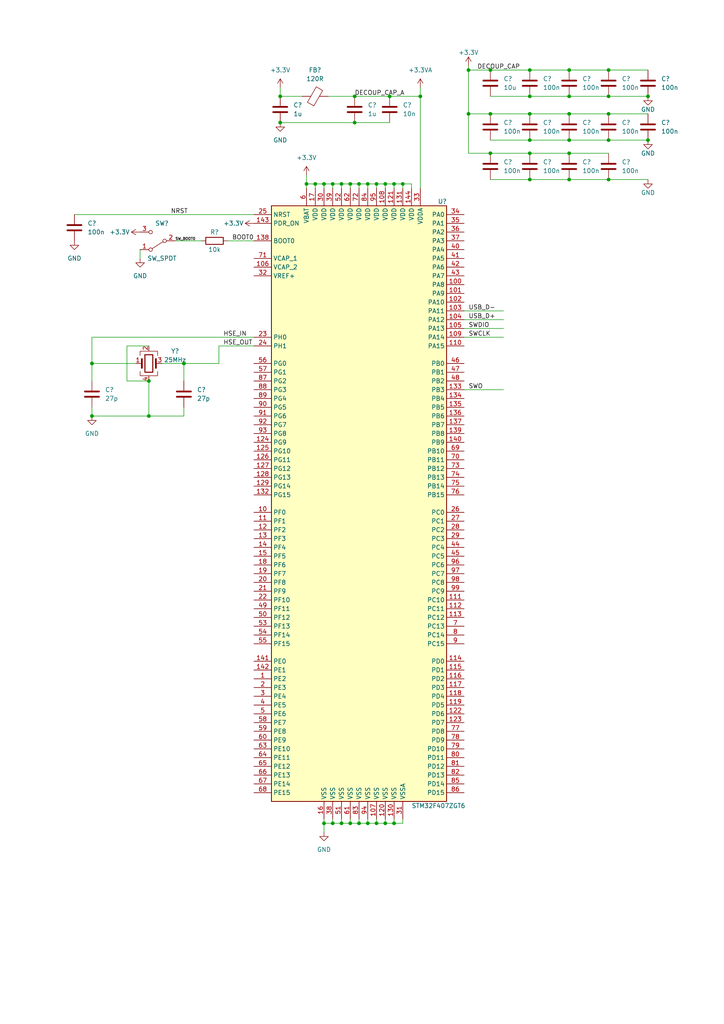
<source format=kicad_sch>
(kicad_sch (version 20211123) (generator eeschema)
  (paper "A4" portrait)
  (title_block (title "BLDC Electronic Speed Controller 1.0") (date "2023-01-16") (rev "ESC 1.0") (company "Electrium Mobility") (comment 1 "MCU"))
  (lib_symbols
    (symbol "Device:C" (pin_numbers hide) (pin_names (offset 0.254))
      (property "Reference" "C" (at 0.635 2.54 0))
      (property "Value" "C" (at 0.635 -2.54 0))
      (symbol "C_0_1"
        (polyline (pts (xy -2.032 -0.762) (xy 2.032 -0.762)) (stroke (width 0.508)))
        (polyline (pts (xy -2.032 0.762) (xy 2.032 0.762)) (stroke (width 0.508)))
      )
      (symbol "C_1_1"
        (pin passive line (at 0 3.81 270) (length 2.794) (name "~") (number "1"))
        (pin passive line (at 0 -3.81 90) (length 2.794) (name "~") (number "2"))
      )
    )
    (symbol "Device:Crystal_GND24" (pin_names (offset 1.016) hide)
      (property "Reference" "Y" (at 3.175 5.08 0))
      (property "Value" "Crystal_GND24" (at 3.175 3.175 0))
      (symbol "Crystal_GND24_0_1"
        (rectangle (start -1.143 2.54) (end 1.143 -2.54) (stroke (width 0.3048)))
        (polyline (pts (xy -2.54 0) (xy -2.032 0)))
        (polyline (pts (xy -2.032 -1.27) (xy -2.032 1.27)) (stroke (width 0.508)))
        (polyline (pts (xy 0 -3.81) (xy 0 -3.556)))
        (polyline (pts (xy 0 3.556) (xy 0 3.81)))
        (polyline (pts (xy 2.032 -1.27) (xy 2.032 1.27)) (stroke (width 0.508)))
        (polyline (pts (xy 2.032 0) (xy 2.54 0)))
        (polyline (pts (xy -2.54 -2.286) (xy -2.54 -3.556) (xy 2.54 -3.556) (xy 2.54 -2.286)))
        (polyline (pts (xy -2.54 2.286) (xy -2.54 3.556) (xy 2.54 3.556) (xy 2.54 2.286)))
      )
      (symbol "Crystal_GND24_1_1"
        (pin passive line (at -3.81 0 0) (length 1.27) (name "1") (number "1"))
        (pin passive line (at 0 5.08 270) (length 1.27) (name "2") (number "2"))
        (pin passive line (at 3.81 0 180) (length 1.27) (name "3") (number "3"))
        (pin passive line (at 0 -5.08 90) (length 1.27) (name "4") (number "4"))
      )
    )
    (symbol "Device:FerriteBead" (pin_numbers hide) (pin_names (offset 0))
      (property "Reference" "FB" (at -3.81 0.635 90))
      (property "Value" "FerriteBead" (at 3.81 0 90))
      (symbol "FerriteBead_0_1"
        (polyline (pts (xy 0 -1.27) (xy 0 -1.2192)))
        (polyline (pts (xy 0 1.27) (xy 0 1.2954)))
        (polyline (pts (xy -2.7686 0.4064) (xy -1.7018 2.2606) (xy 2.7686 -0.3048) (xy 1.6764 -2.159) (xy -2.7686 0.4064)))
      )
      (symbol "FerriteBead_1_1"
        (pin passive line (at 0 3.81 270) (length 2.54) (name "~") (number "1"))
        (pin passive line (at 0 -3.81 90) (length 2.54) (name "~") (number "2"))
      )
    )
    (symbol "Device:R" (pin_numbers hide) (pin_names (offset 0))
      (property "Reference" "R" (at 2.032 0 90))
      (property "Value" "R" (at 0 0 90))
      (symbol "R_0_1"
        (rectangle (start -1.016 -2.54) (end 1.016 2.54) (stroke (width 0.254)))
      )
      (symbol "R_1_1"
        (pin passive line (at 0 3.81 270) (length 1.27) (name "~") (number "1"))
        (pin passive line (at 0 -3.81 90) (length 1.27) (name "~") (number "2"))
      )
    )
    (symbol "MCU_ST_STM32F4:STM32F407ZGTx"
      (property "Reference" "U" (at -25.4 87.63 0))
      (property "Value" "STM32F407ZGTx" (at 20.32 87.63 0))
      (symbol "STM32F407ZGTx_0_1"
        (rectangle (start -25.4 -86.36) (end 25.4 86.36) (stroke (width 0.254)) (fill (type background)))
      )
      (symbol "STM32F407ZGTx_1_1"
        (pin bidirectional line (at -30.48 -50.8 0) (length 5.08) (name "PE2") (number "1"))
        (pin bidirectional line (at -30.48 -2.54 0) (length 5.08) (name "PF0") (number "10"))
        (pin bidirectional line (at 30.48 63.5 180) (length 5.08) (name "PA8") (number "100"))
        (pin bidirectional line (at 30.48 60.96 180) (length 5.08) (name "PA9") (number "101"))
        (pin bidirectional line (at 30.48 58.42 180) (length 5.08) (name "PA10") (number "102"))
        (pin bidirectional line (at 30.48 55.88 180) (length 5.08) (name "PA11") (number "103"))
        (pin bidirectional line (at 30.48 53.34 180) (length 5.08) (name "PA12") (number "104"))
        (pin bidirectional line (at 30.48 50.8 180) (length 5.08) (name "PA13") (number "105"))
        (pin power_in line (at -30.48 68.58 0) (length 5.08) (name "VCAP_2") (number "106"))
        (pin power_in line (at 5.08 -91.44 90) (length 5.08) (name "VSS") (number "107"))
        (pin power_in line (at 7.62 91.44 270) (length 5.08) (name "VDD") (number "108"))
        (pin bidirectional line (at 30.48 48.26 180) (length 5.08) (name "PA14") (number "109"))
        (pin bidirectional line (at -30.48 -5.08 0) (length 5.08) (name "PF1") (number "11"))
        (pin bidirectional line (at 30.48 45.72 180) (length 5.08) (name "PA15") (number "110"))
        (pin bidirectional line (at 30.48 -27.94 180) (length 5.08) (name "PC10") (number "111"))
        (pin bidirectional line (at 30.48 -30.48 180) (length 5.08) (name "PC11") (number "112"))
        (pin bidirectional line (at 30.48 -33.02 180) (length 5.08) (name "PC12") (number "113"))
        (pin bidirectional line (at 30.48 -45.72 180) (length 5.08) (name "PD0") (number "114"))
        (pin bidirectional line (at 30.48 -48.26 180) (length 5.08) (name "PD1") (number "115"))
        (pin bidirectional line (at 30.48 -50.8 180) (length 5.08) (name "PD2") (number "116"))
        (pin bidirectional line (at 30.48 -53.34 180) (length 5.08) (name "PD3") (number "117"))
        (pin bidirectional line (at 30.48 -55.88 180) (length 5.08) (name "PD4") (number "118"))
        (pin bidirectional line (at 30.48 -58.42 180) (length 5.08) (name "PD5") (number "119"))
        (pin bidirectional line (at -30.48 -7.62 0) (length 5.08) (name "PF2") (number "12"))
        (pin power_in line (at 7.62 -91.44 90) (length 5.08) (name "VSS") (number "120"))
        (pin power_in line (at 10.16 91.44 270) (length 5.08) (name "VDD") (number "121"))
        (pin bidirectional line (at 30.48 -60.96 180) (length 5.08) (name "PD6") (number "122"))
        (pin bidirectional line (at 30.48 -63.5 180) (length 5.08) (name "PD7") (number "123"))
        (pin bidirectional line (at -30.48 17.78 0) (length 5.08) (name "PG9") (number "124"))
        (pin bidirectional line (at -30.48 15.24 0) (length 5.08) (name "PG10") (number "125"))
        (pin bidirectional line (at -30.48 12.7 0) (length 5.08) (name "PG11") (number "126"))
        (pin bidirectional line (at -30.48 10.16 0) (length 5.08) (name "PG12") (number "127"))
        (pin bidirectional line (at -30.48 7.62 0) (length 5.08) (name "PG13") (number "128"))
        (pin bidirectional line (at -30.48 5.08 0) (length 5.08) (name "PG14") (number "129"))
        (pin bidirectional line (at -30.48 -10.16 0) (length 5.08) (name "PF3") (number "13"))
        (pin power_in line (at 10.16 -91.44 90) (length 5.08) (name "VSS") (number "130"))
        (pin power_in line (at 12.7 91.44 270) (length 5.08) (name "VDD") (number "131"))
        (pin bidirectional line (at -30.48 2.54 0) (length 5.08) (name "PG15") (number "132"))
        (pin bidirectional line (at 30.48 33.02 180) (length 5.08) (name "PB3") (number "133"))
        (pin bidirectional line (at 30.48 30.48 180) (length 5.08) (name "PB4") (number "134"))
        (pin bidirectional line (at 30.48 27.94 180) (length 5.08) (name "PB5") (number "135"))
        (pin bidirectional line (at 30.48 25.4 180) (length 5.08) (name "PB6") (number "136"))
        (pin bidirectional line (at 30.48 22.86 180) (length 5.08) (name "PB7") (number "137"))
        (pin input line (at -30.48 76.2 0) (length 5.08) (name "BOOT0") (number "138"))
        (pin bidirectional line (at 30.48 20.32 180) (length 5.08) (name "PB8") (number "139"))
        (pin bidirectional line (at -30.48 -12.7 0) (length 5.08) (name "PF4") (number "14"))
        (pin bidirectional line (at 30.48 17.78 180) (length 5.08) (name "PB9") (number "140"))
        (pin bidirectional line (at -30.48 -45.72 0) (length 5.08) (name "PE0") (number "141"))
        (pin bidirectional line (at -30.48 -48.26 0) (length 5.08) (name "PE1") (number "142"))
        (pin input line (at -30.48 81.28 0) (length 5.08) (name "PDR_ON") (number "143"))
        (pin power_in line (at 15.24 91.44 270) (length 5.08) (name "VDD") (number "144"))
        (pin bidirectional line (at -30.48 -15.24 0) (length 5.08) (name "PF5") (number "15"))
        (pin power_in line (at -10.16 -91.44 90) (length 5.08) (name "VSS") (number "16"))
        (pin power_in line (at -12.7 91.44 270) (length 5.08) (name "VDD") (number "17"))
        (pin bidirectional line (at -30.48 -17.78 0) (length 5.08) (name "PF6") (number "18"))
        (pin bidirectional line (at -30.48 -20.32 0) (length 5.08) (name "PF7") (number "19"))
        (pin bidirectional line (at -30.48 -53.34 0) (length 5.08) (name "PE3") (number "2"))
        (pin bidirectional line (at -30.48 -22.86 0) (length 5.08) (name "PF8") (number "20"))
        (pin bidirectional line (at -30.48 -25.4 0) (length 5.08) (name "PF9") (number "21"))
        (pin bidirectional line (at -30.48 -27.94 0) (length 5.08) (name "PF10") (number "22"))
        (pin input line (at -30.48 48.26 0) (length 5.08) (name "PH0") (number "23"))
        (pin input line (at -30.48 45.72 0) (length 5.08) (name "PH1") (number "24"))
        (pin input line (at -30.48 83.82 0) (length 5.08) (name "NRST") (number "25"))
        (pin bidirectional line (at 30.48 -2.54 180) (length 5.08) (name "PC0") (number "26"))
        (pin bidirectional line (at 30.48 -5.08 180) (length 5.08) (name "PC1") (number "27"))
        (pin bidirectional line (at 30.48 -7.62 180) (length 5.08) (name "PC2") (number "28"))
        (pin bidirectional line (at 30.48 -10.16 180) (length 5.08) (name "PC3") (number "29"))
        (pin bidirectional line (at -30.48 -55.88 0) (length 5.08) (name "PE4") (number "3"))
        (pin power_in line (at -10.16 91.44 270) (length 5.08) (name "VDD") (number "30"))
        (pin power_in line (at 12.7 -91.44 90) (length 5.08) (name "VSSA") (number "31"))
        (pin power_in line (at -30.48 66.04 0) (length 5.08) (name "VREF+") (number "32"))
        (pin power_in line (at 17.78 91.44 270) (length 5.08) (name "VDDA") (number "33"))
        (pin bidirectional line (at 30.48 83.82 180) (length 5.08) (name "PA0") (number "34"))
        (pin bidirectional line (at 30.48 81.28 180) (length 5.08) (name "PA1") (number "35"))
        (pin bidirectional line (at 30.48 78.74 180) (length 5.08) (name "PA2") (number "36"))
        (pin bidirectional line (at 30.48 76.2 180) (length 5.08) (name "PA3") (number "37"))
        (pin power_in line (at -7.62 -91.44 90) (length 5.08) (name "VSS") (number "38"))
        (pin power_in line (at -7.62 91.44 270) (length 5.08) (name "VDD") (number "39"))
        (pin bidirectional line (at -30.48 -58.42 0) (length 5.08) (name "PE5") (number "4"))
        (pin bidirectional line (at 30.48 73.66 180) (length 5.08) (name "PA4") (number "40"))
        (pin bidirectional line (at 30.48 71.12 180) (length 5.08) (name "PA5") (number "41"))
        (pin bidirectional line (at 30.48 68.58 180) (length 5.08) (name "PA6") (number "42"))
        (pin bidirectional line (at 30.48 66.04 180) (length 5.08) (name "PA7") (number "43"))
        (pin bidirectional line (at 30.48 -12.7 180) (length 5.08) (name "PC4") (number "44"))
        (pin bidirectional line (at 30.48 -15.24 180) (length 5.08) (name "PC5") (number "45"))
        (pin bidirectional line (at 30.48 40.64 180) (length 5.08) (name "PB0") (number "46"))
        (pin bidirectional line (at 30.48 38.1 180) (length 5.08) (name "PB1") (number "47"))
        (pin bidirectional line (at 30.48 35.56 180) (length 5.08) (name "PB2") (number "48"))
        (pin bidirectional line (at -30.48 -30.48 0) (length 5.08) (name "PF11") (number "49"))
        (pin bidirectional line (at -30.48 -60.96 0) (length 5.08) (name "PE6") (number "5"))
        (pin bidirectional line (at -30.48 -33.02 0) (length 5.08) (name "PF12") (number "50"))
        (pin power_in line (at -5.08 -91.44 90) (length 5.08) (name "VSS") (number "51"))
        (pin power_in line (at -5.08 91.44 270) (length 5.08) (name "VDD") (number "52"))
        (pin bidirectional line (at -30.48 -35.56 0) (length 5.08) (name "PF13") (number "53"))
        (pin bidirectional line (at -30.48 -38.1 0) (length 5.08) (name "PF14") (number "54"))
        (pin bidirectional line (at -30.48 -40.64 0) (length 5.08) (name "PF15") (number "55"))
        (pin bidirectional line (at -30.48 40.64 0) (length 5.08) (name "PG0") (number "56"))
        (pin bidirectional line (at -30.48 38.1 0) (length 5.08) (name "PG1") (number "57"))
        (pin bidirectional line (at -30.48 -63.5 0) (length 5.08) (name "PE7") (number "58"))
        (pin bidirectional line (at -30.48 -66.04 0) (length 5.08) (name "PE8") (number "59"))
        (pin power_in line (at -15.24 91.44 270) (length 5.08) (name "VBAT") (number "6"))
        (pin bidirectional line (at -30.48 -68.58 0) (length 5.08) (name "PE9") (number "60"))
        (pin power_in line (at -2.54 -91.44 90) (length 5.08) (name "VSS") (number "61"))
        (pin power_in line (at -2.54 91.44 270) (length 5.08) (name "VDD") (number "62"))
        (pin bidirectional line (at -30.48 -71.12 0) (length 5.08) (name "PE10") (number "63"))
        (pin bidirectional line (at -30.48 -73.66 0) (length 5.08) (name "PE11") (number "64"))
        (pin bidirectional line (at -30.48 -76.2 0) (length 5.08) (name "PE12") (number "65"))
        (pin bidirectional line (at -30.48 -78.74 0) (length 5.08) (name "PE13") (number "66"))
        (pin bidirectional line (at -30.48 -81.28 0) (length 5.08) (name "PE14") (number "67"))
        (pin bidirectional line (at -30.48 -83.82 0) (length 5.08) (name "PE15") (number "68"))
        (pin bidirectional line (at 30.48 15.24 180) (length 5.08) (name "PB10") (number "69"))
        (pin bidirectional line (at 30.48 -35.56 180) (length 5.08) (name "PC13") (number "7"))
        (pin bidirectional line (at 30.48 12.7 180) (length 5.08) (name "PB11") (number "70"))
        (pin power_in line (at -30.48 71.12 0) (length 5.08) (name "VCAP_1") (number "71"))
        (pin power_in line (at 0 91.44 270) (length 5.08) (name "VDD") (number "72"))
        (pin bidirectional line (at 30.48 10.16 180) (length 5.08) (name "PB12") (number "73"))
        (pin bidirectional line (at 30.48 7.62 180) (length 5.08) (name "PB13") (number "74"))
        (pin bidirectional line (at 30.48 5.08 180) (length 5.08) (name "PB14") (number "75"))
        (pin bidirectional line (at 30.48 2.54 180) (length 5.08) (name "PB15") (number "76"))
        (pin bidirectional line (at 30.48 -66.04 180) (length 5.08) (name "PD8") (number "77"))
        (pin bidirectional line (at 30.48 -68.58 180) (length 5.08) (name "PD9") (number "78"))
        (pin bidirectional line (at 30.48 -71.12 180) (length 5.08) (name "PD10") (number "79"))
        (pin bidirectional line (at 30.48 -38.1 180) (length 5.08) (name "PC14") (number "8"))
        (pin bidirectional line (at 30.48 -73.66 180) (length 5.08) (name "PD11") (number "80"))
        (pin bidirectional line (at 30.48 -76.2 180) (length 5.08) (name "PD12") (number "81"))
        (pin bidirectional line (at 30.48 -78.74 180) (length 5.08) (name "PD13") (number "82"))
        (pin power_in line (at 0 -91.44 90) (length 5.08) (name "VSS") (number "83"))
        (pin power_in line (at 2.54 91.44 270) (length 5.08) (name "VDD") (number "84"))
        (pin bidirectional line (at 30.48 -81.28 180) (length 5.08) (name "PD14") (number "85"))
        (pin bidirectional line (at 30.48 -83.82 180) (length 5.08) (name "PD15") (number "86"))
        (pin bidirectional line (at -30.48 35.56 0) (length 5.08) (name "PG2") (number "87"))
        (pin bidirectional line (at -30.48 33.02 0) (length 5.08) (name "PG3") (number "88"))
        (pin bidirectional line (at -30.48 30.48 0) (length 5.08) (name "PG4") (number "89"))
        (pin bidirectional line (at 30.48 -40.64 180) (length 5.08) (name "PC15") (number "9"))
        (pin bidirectional line (at -30.48 27.94 0) (length 5.08) (name "PG5") (number "90"))
        (pin bidirectional line (at -30.48 25.4 0) (length 5.08) (name "PG6") (number "91"))
        (pin bidirectional line (at -30.48 22.86 0) (length 5.08) (name "PG7") (number "92"))
        (pin bidirectional line (at -30.48 20.32 0) (length 5.08) (name "PG8") (number "93"))
        (pin power_in line (at 2.54 -91.44 90) (length 5.08) (name "VSS") (number "94"))
        (pin power_in line (at 5.08 91.44 270) (length 5.08) (name "VDD") (number "95"))
        (pin bidirectional line (at 30.48 -17.78 180) (length 5.08) (name "PC6") (number "96"))
        (pin bidirectional line (at 30.48 -20.32 180) (length 5.08) (name "PC7") (number "97"))
        (pin bidirectional line (at 30.48 -22.86 180) (length 5.08) (name "PC8") (number "98"))
        (pin bidirectional line (at 30.48 -25.4 180) (length 5.08) (name "PC9") (number "99"))
      )
    )
    (symbol "Switch:SW_SPDT" (pin_names (offset 0) hide)
      (property "Reference" "SW" (at 0 4.318 0))
      (property "Value" "SW_SPDT" (at 0 -5.08 0))
      (symbol "SW_SPDT_0_0"
        (circle (center -2.032 0) (radius 0.508))
        (circle (center 2.032 -2.54) (radius 0.508))
      )
      (symbol "SW_SPDT_0_1"
        (polyline (pts (xy -1.524 0.254) (xy 1.651 2.286)))
        (circle (center 2.032 2.54) (radius 0.508))
      )
      (symbol "SW_SPDT_1_1"
        (pin passive line (at 5.08 2.54 180) (length 2.54) (name "A") (number "1"))
        (pin passive line (at -5.08 0 0) (length 2.54) (name "B") (number "2"))
        (pin passive line (at 5.08 -2.54 180) (length 2.54) (name "C") (number "3"))
      )
    )
    (symbol "power:+3.3V" (power) (pin_names (offset 0))
      (property "Value" "+3.3V" (at 0 3.556 0))
      (symbol "+3.3V_0_1"
        (polyline (pts (xy -0.762 1.27) (xy 0 2.54)))
        (polyline (pts (xy 0 0) (xy 0 2.54)))
        (polyline (pts (xy 0 2.54) (xy 0.762 1.27)))
      )
      (symbol "+3.3V_1_1"
        (pin power_in line (at 0 0 90) (length 0) hide (name "+3.3V") (number "1"))
      )
    )
    (symbol "power:+3.3VA" (power) (pin_names (offset 0))
      (property "Value" "+3.3VA" (at 0 3.556 0))
      (symbol "+3.3VA_0_1"
        (polyline (pts (xy -0.762 1.27) (xy 0 2.54)))
        (polyline (pts (xy 0 0) (xy 0 2.54)))
        (polyline (pts (xy 0 2.54) (xy 0.762 1.27)))
      )
      (symbol "+3.3VA_1_1"
        (pin power_in line (at 0 0 90) (length 0) hide (name "+3.3VA") (number "1"))
      )
    )
    (symbol "power:GND" (power) (pin_names (offset 0))
      (property "Value" "GND" (at 0 -3.81 0))
      (symbol "GND_0_1"
        (polyline (pts (xy 0 0) (xy 0 -1.27) (xy 1.27 -1.27) (xy 0 -2.54) (xy -1.27 -1.27) (xy 0 -1.27)))
      )
      (symbol "GND_1_1"
        (pin power_in line (at 0 0 270) (length 0) hide (name "GND") (number "1"))
      )
    )
  )
  (junction (at 153.67 44.45))
  (junction (at 165.1 52.07))
  (junction (at 96.52 238.76))
  (junction (at 101.6 53.34))
  (junction (at 165.1 20.32))
  (junction (at 104.14 238.76))
  (junction (at 104.14 53.34))
  (junction (at 99.06 53.34))
  (junction (at 187.96 40.64))
  (junction (at 26.67 120.65))
  (junction (at 43.18 120.65))
  (junction (at 91.44 53.34))
  (junction (at 153.67 33.02))
  (junction (at 111.76 238.76))
  (junction (at 111.76 53.34))
  (junction (at 88.9 53.34))
  (junction (at 153.67 40.64))
  (junction (at 106.68 238.76))
  (junction (at 109.22 53.34))
  (junction (at 101.6 238.76))
  (junction (at 165.1 44.45))
  (junction (at 153.67 20.32))
  (junction (at 142.24 44.45))
  (junction (at 187.96 27.94))
  (junction (at 165.1 40.64))
  (junction (at 43.18 110.49))
  (junction (at 116.84 53.34))
  (junction (at 165.1 27.94))
  (junction (at 153.67 52.07))
  (junction (at 81.28 27.94))
  (junction (at 121.92 27.94))
  (junction (at 113.03 27.94))
  (junction (at 93.98 238.76))
  (junction (at 142.24 33.02))
  (junction (at 114.3 238.76))
  (junction (at 176.53 33.02))
  (junction (at 102.87 35.56))
  (junction (at 135.89 33.02))
  (junction (at 109.22 238.76))
  (junction (at 53.34 105.41))
  (junction (at 176.53 20.32))
  (junction (at 93.98 53.34))
  (junction (at 114.3 53.34))
  (junction (at 102.87 27.94))
  (junction (at 96.52 53.34))
  (junction (at 176.53 27.94))
  (junction (at 142.24 20.32))
  (junction (at 176.53 52.07))
  (junction (at 165.1 33.02))
  (junction (at 135.89 20.32))
  (junction (at 81.28 35.56))
  (junction (at 153.67 27.94))
  (junction (at 99.06 238.76))
  (junction (at 26.67 105.41))
  (junction (at 106.68 53.34))
  (junction (at 176.53 40.64))
  (wire (pts (xy 93.98 53.34) (xy 93.98 54.61)))
  (wire (pts (xy 106.68 53.34) (xy 106.68 54.61)))
  (wire (pts (xy 96.52 238.76) (xy 99.06 238.76)))
  (wire (pts (xy 165.1 20.32) (xy 176.53 20.32)))
  (wire (pts (xy 153.67 52.07) (xy 142.24 52.07)))
  (wire (pts (xy 46.99 105.41) (xy 53.34 105.41)))
  (wire (pts (xy 26.67 105.41) (xy 26.67 110.49)))
  (wire (pts (xy 116.84 53.34) (xy 119.38 53.34)))
  (wire (pts (xy 165.1 33.02) (xy 176.53 33.02)))
  (wire (pts (xy 153.67 44.45) (xy 165.1 44.45)))
  (wire (pts (xy 99.06 53.34) (xy 99.06 54.61)))
  (wire (pts (xy 26.67 97.79) (xy 73.66 97.79)))
  (wire (pts (xy 93.98 238.76) (xy 93.98 241.3)))
  (wire (pts (xy 111.76 53.34) (xy 114.3 53.34)))
  (wire (pts (xy 96.52 53.34) (xy 99.06 53.34)))
  (wire (pts (xy 142.24 33.02) (xy 153.67 33.02)))
  (wire (pts (xy 26.67 120.65) (xy 43.18 120.65)))
  (wire (pts (xy 135.89 33.02) (xy 135.89 44.45)))
  (wire (pts (xy 91.44 53.34) (xy 93.98 53.34)))
  (wire (pts (xy 104.14 237.49) (xy 104.14 238.76)))
  (wire (pts (xy 176.53 27.94) (xy 187.96 27.94)))
  (wire (pts (xy 96.52 237.49) (xy 96.52 238.76)))
  (wire (pts (xy 142.24 20.32) (xy 153.67 20.32)))
  (wire (pts (xy 53.34 105.41) (xy 53.34 110.49)))
  (wire (pts (xy 99.06 237.49) (xy 99.06 238.76)))
  (wire (pts (xy 176.53 20.32) (xy 187.96 20.32)))
  (wire (pts (xy 95.25 27.94) (xy 102.87 27.94)))
  (wire (pts (xy 142.24 40.64) (xy 153.67 40.64)))
  (wire (pts (xy 99.06 238.76) (xy 101.6 238.76)))
  (wire (pts (xy 109.22 53.34) (xy 109.22 54.61)))
  (wire (pts (xy 134.62 95.25) (xy 146.05 95.25)))
  (wire (pts (xy 153.67 40.64) (xy 165.1 40.64)))
  (wire (pts (xy 121.92 27.94) (xy 113.03 27.94)))
  (wire (pts (xy 93.98 237.49) (xy 93.98 238.76)))
  (wire (pts (xy 121.92 25.4) (xy 121.92 27.94)))
  (wire (pts (xy 101.6 238.76) (xy 104.14 238.76)))
  (wire (pts (xy 36.83 110.49) (xy 43.18 110.49)))
  (wire (pts (xy 165.1 27.94) (xy 176.53 27.94)))
  (wire (pts (xy 99.06 53.34) (xy 101.6 53.34)))
  (wire (pts (xy 116.84 238.76) (xy 116.84 237.49)))
  (wire (pts (xy 106.68 53.34) (xy 109.22 53.34)))
  (wire (pts (xy 21.59 62.23) (xy 73.66 62.23)))
  (wire (pts (xy 81.28 27.94) (xy 87.63 27.94)))
  (wire (pts (xy 114.3 237.49) (xy 114.3 238.76)))
  (wire (pts (xy 101.6 53.34) (xy 101.6 54.61)))
  (wire (pts (xy 63.5 105.41) (xy 63.5 100.33)))
  (wire (pts (xy 88.9 53.34) (xy 88.9 54.61)))
  (wire (pts (xy 165.1 44.45) (xy 176.53 44.45)))
  (wire (pts (xy 101.6 237.49) (xy 101.6 238.76)))
  (wire (pts (xy 81.28 35.56) (xy 102.87 35.56)))
  (wire (pts (xy 119.38 53.34) (xy 119.38 54.61)))
  (wire (pts (xy 81.28 25.4) (xy 81.28 27.94)))
  (wire (pts (xy 165.1 40.64) (xy 176.53 40.64)))
  (wire (pts (xy 43.18 120.65) (xy 53.34 120.65)))
  (wire (pts (xy 176.53 40.64) (xy 187.96 40.64)))
  (wire (pts (xy 114.3 53.34) (xy 116.84 53.34)))
  (wire (pts (xy 111.76 237.49) (xy 111.76 238.76)))
  (wire (pts (xy 91.44 53.34) (xy 91.44 54.61)))
  (wire (pts (xy 116.84 53.34) (xy 116.84 54.61)))
  (wire (pts (xy 63.5 100.33) (xy 73.66 100.33)))
  (wire (pts (xy 109.22 53.34) (xy 111.76 53.34)))
  (wire (pts (xy 142.24 27.94) (xy 153.67 27.94)))
  (wire (pts (xy 26.67 105.41) (xy 39.37 105.41)))
  (wire (pts (xy 176.53 52.07) (xy 187.96 52.07)))
  (wire (pts (xy 102.87 35.56) (xy 113.03 35.56)))
  (wire (pts (xy 50.8 69.85) (xy 58.42 69.85)))
  (wire (pts (xy 91.44 53.34) (xy 88.9 53.34)))
  (wire (pts (xy 93.98 53.34) (xy 96.52 53.34)))
  (wire (pts (xy 109.22 238.76) (xy 111.76 238.76)))
  (wire (pts (xy 135.89 20.32) (xy 135.89 33.02)))
  (wire (pts (xy 114.3 53.34) (xy 114.3 54.61)))
  (wire (pts (xy 106.68 238.76) (xy 109.22 238.76)))
  (wire (pts (xy 142.24 44.45) (xy 153.67 44.45)))
  (wire (pts (xy 26.67 97.79) (xy 26.67 105.41)))
  (wire (pts (xy 153.67 52.07) (xy 165.1 52.07)))
  (wire (pts (xy 113.03 27.94) (xy 102.87 27.94)))
  (wire (pts (xy 134.62 92.71) (xy 146.05 92.71)))
  (wire (pts (xy 111.76 53.34) (xy 111.76 54.61)))
  (wire (pts (xy 66.04 69.85) (xy 73.66 69.85)))
  (wire (pts (xy 134.62 90.17) (xy 146.05 90.17)))
  (wire (pts (xy 114.3 238.76) (xy 116.84 238.76)))
  (wire (pts (xy 134.62 97.79) (xy 146.05 97.79)))
  (wire (pts (xy 106.68 237.49) (xy 106.68 238.76)))
  (wire (pts (xy 40.64 74.93) (xy 40.64 72.39)))
  (wire (pts (xy 36.83 100.33) (xy 36.83 110.49)))
  (wire (pts (xy 104.14 53.34) (xy 104.14 54.61)))
  (wire (pts (xy 101.6 53.34) (xy 104.14 53.34)))
  (wire (pts (xy 153.67 20.32) (xy 165.1 20.32)))
  (wire (pts (xy 109.22 237.49) (xy 109.22 238.76)))
  (wire (pts (xy 135.89 33.02) (xy 142.24 33.02)))
  (wire (pts (xy 135.89 19.05) (xy 135.89 20.32)))
  (wire (pts (xy 135.89 20.32) (xy 142.24 20.32)))
  (wire (pts (xy 153.67 33.02) (xy 165.1 33.02)))
  (wire (pts (xy 53.34 120.65) (xy 53.34 118.11)))
  (wire (pts (xy 135.89 44.45) (xy 142.24 44.45)))
  (wire (pts (xy 43.18 110.49) (xy 43.18 120.65)))
  (wire (pts (xy 153.67 27.94) (xy 165.1 27.94)))
  (wire (pts (xy 104.14 53.34) (xy 106.68 53.34)))
  (wire (pts (xy 96.52 53.34) (xy 96.52 54.61)))
  (wire (pts (xy 121.92 27.94) (xy 121.92 54.61)))
  (wire (pts (xy 104.14 238.76) (xy 106.68 238.76)))
  (wire (pts (xy 53.34 105.41) (xy 63.5 105.41)))
  (wire (pts (xy 165.1 52.07) (xy 176.53 52.07)))
  (wire (pts (xy 134.62 113.03) (xy 146.05 113.03)))
  (wire (pts (xy 43.18 100.33) (xy 36.83 100.33)))
  (wire (pts (xy 176.53 33.02) (xy 187.96 33.02)))
  (wire (pts (xy 93.98 238.76) (xy 96.52 238.76)))
  (wire (pts (xy 26.67 120.65) (xy 26.67 118.11)))
  (wire (pts (xy 88.9 50.8) (xy 88.9 53.34)))
  (wire (pts (xy 111.76 238.76) (xy 114.3 238.76)))
  (label "DECOUP_CAP_A" (at 102.87 27.94 0))
  (label "BOOT0" (at 67.31 69.85 0))
  (label "USB_D+" (at 135.89 92.71 0))
  (label "HSE_IN" (at 64.77 97.79 0))
  (label "USB_D-" (at 135.89 90.17 0))
  (label "DECOUP_CAP" (at 138.43 20.32 0))
  (label "SW_BOOT0" (at 50.8 69.85 0) (effects (font (size 0.75 0.75))))
  (label "SWO" (at 135.89 113.03 0))
  (label "SWDIO" (at 135.89 95.25 0))
  (label "NRST" (at 49.53 62.23 0))
  (label "SWCLK" (at 135.89 97.79 0))
  (label "HSE_OUT" (at 64.77 100.33 0))
  (symbol (lib_id "Device:C") (at 176.53 36.83 0) (unit 1)
    (property "Reference" "C?" (at 180.34 35.5599 0) (effects (justify left)))
    (property "Value" "100n" (at 180.34 38.0999 0) (effects (justify left)))
  )
  (symbol (lib_id "power:GND") (at 93.98 241.3 0) (unit 1)
    (property "Reference" "#PWR?" (effects hide))
    (property "Value" "GND" (at 93.98 246.38 0))
  )
  (symbol (lib_id "Device:C") (at 142.24 48.26 0) (unit 1)
    (property "Reference" "C?" (at 146.05 46.9899 0) (effects (justify left)))
    (property "Value" "100n" (at 146.05 49.5299 0) (effects (justify left)))
  )
  (symbol (lib_id "power:GND") (at 187.96 52.07 0) (unit 1)
    (property "Reference" "#PWR?" (effects hide))
    (property "Value" "GND" (at 187.96 55.88 0))
  )
  (symbol (lib_id "power:+3.3V") (at 73.66 64.77 90) (unit 1)
    (property "Reference" "#PWR?" (effects hide))
    (property "Value" "+3.3V" (at 64.77 64.77 90) (effects (justify right)))
  )
  (symbol (lib_id "power:+3.3V") (at 40.64 67.31 90) (unit 1)
    (property "Reference" "#PWR?" (effects hide))
    (property "Value" "+3.3V" (at 31.75 67.31 90) (effects (justify right)))
  )
  (symbol (lib_id "power:GND") (at 187.96 40.64 0) (unit 1)
    (property "Reference" "#PWR?" (effects hide))
    (property "Value" "GND" (at 187.96 44.45 0))
  )
  (symbol (lib_id "Switch:SW_SPDT") (at 45.72 69.85 180) (unit 1)
    (property "Reference" "SW?" (at 46.99 64.77 0))
    (property "Value" "SW_SPDT" (at 46.99 74.93 0))
  )
  (symbol (lib_id "Device:C") (at 165.1 48.26 0) (unit 1)
    (property "Reference" "C?" (at 168.91 46.9899 0) (effects (justify left)))
    (property "Value" "100n" (at 168.91 49.5299 0) (effects (justify left)))
  )
  (symbol (lib_id "Device:FerriteBead") (at 91.44 27.94 90) (unit 1)
    (property "Reference" "FB?" (at 91.3892 20.32 90))
    (property "Value" "120R" (at 91.3892 22.86 90))
  )
  (symbol (lib_id "power:GND") (at 21.59 69.85 0) (unit 1)
    (property "Reference" "#PWR?" (effects hide))
    (property "Value" "GND" (at 21.59 74.93 0))
  )
  (symbol (lib_id "Device:C") (at 81.28 31.75 0) (unit 1)
    (property "Reference" "C?" (at 85.09 30.4799 0) (effects (justify left)))
    (property "Value" "1u" (at 85.09 33.0199 0) (effects (justify left)))
  )
  (symbol (lib_id "Device:C") (at 113.03 31.75 0) (unit 1)
    (property "Reference" "C?" (at 116.84 30.4799 0) (effects (justify left)))
    (property "Value" "10n" (at 116.84 33.0199 0) (effects (justify left)))
  )
  (symbol (lib_id "power:GND") (at 40.64 74.93 0) (unit 1)
    (property "Reference" "#PWR?" (effects hide))
    (property "Value" "GND" (at 40.64 80.01 0))
  )
  (symbol (lib_id "Device:C") (at 21.59 66.04 0) (unit 1)
    (property "Reference" "C?" (at 25.4 64.7699 0) (effects (justify left)))
    (property "Value" "100n" (at 25.4 67.3099 0) (effects (justify left)))
  )
  (symbol (lib_id "power:GND") (at 81.28 35.56 0) (unit 1)
    (property "Reference" "#PWR?" (effects hide))
    (property "Value" "GND" (at 81.28 40.64 0))
  )
  (symbol (lib_id "power:GND") (at 26.67 120.65 0) (unit 1)
    (property "Reference" "#PWR?" (effects hide))
    (property "Value" "GND" (at 26.67 125.73 0))
  )
  (symbol (lib_id "Device:C") (at 142.24 24.13 0) (unit 1)
    (property "Reference" "C?" (at 146.05 22.8599 0) (effects (justify left)))
    (property "Value" "10u" (at 146.05 25.3999 0) (effects (justify left)))
  )
  (symbol (lib_id "Device:C") (at 187.96 36.83 0) (unit 1)
    (property "Reference" "C?" (at 191.77 35.5599 0) (effects (justify left)))
    (property "Value" "100n" (at 191.77 38.0999 0) (effects (justify left)))
  )
  (symbol (lib_id "Device:C") (at 153.67 24.13 0) (unit 1)
    (property "Reference" "C?" (at 157.48 22.8599 0) (effects (justify left)))
    (property "Value" "100n" (at 157.48 25.3999 0) (effects (justify left)))
  )
  (symbol (lib_id "MCU_ST_STM32F4:STM32F407ZGTx") (at 104.14 146.05 0) (unit 1)
    (property "Reference" "U?" (at 127 58.42 0) (effects (justify left)))
    (property "Value" "STM32F407ZGT6" (at 119.38 233.68 0) (effects (justify left)))
    (property "Footprint" "Package_QFP:LQFP-144_20x20mm_P0.5mm" (effects hide))
    (property "Datasheet" "http://www.st.com/st-web-ui/static/active/en/resource/technical/document/datasheet/DM00037051.pdf" (effects hide))
  )
  (symbol (lib_id "Device:C") (at 153.67 48.26 0) (unit 1)
    (property "Reference" "C?" (at 157.48 46.9899 0) (effects (justify left)))
    (property "Value" "100n" (at 157.48 49.5299 0) (effects (justify left)))
  )
  (symbol (lib_id "Device:Crystal_GND24") (at 43.18 105.41 0) (unit 1)
    (property "Reference" "Y?" (at 50.8 101.8286 0))
    (property "Value" "25MHz" (at 50.8 104.3686 0))
  )
  (symbol (lib_id "power:+3.3V") (at 88.9 50.8 0) (unit 1)
    (property "Reference" "#PWR?" (effects hide))
    (property "Value" "+3.3V" (at 88.9 45.72 0))
  )
  (symbol (lib_id "power:+3.3V") (at 81.28 25.4 0) (unit 1)
    (property "Reference" "#PWR?" (effects hide))
    (property "Value" "+3.3V" (at 81.28 20.32 0))
  )
  (symbol (lib_id "Device:C") (at 176.53 48.26 0) (unit 1)
    (property "Reference" "C?" (at 180.34 46.9899 0) (effects (justify left)))
    (property "Value" "100n" (at 180.34 49.5299 0) (effects (justify left)))
  )
  (symbol (lib_id "Device:C") (at 153.67 36.83 0) (unit 1)
    (property "Reference" "C?" (at 157.48 35.5599 0) (effects (justify left)))
    (property "Value" "100n" (at 157.48 38.0999 0) (effects (justify left)))
  )
  (symbol (lib_id "power:+3.3VA") (at 121.92 25.4 0) (unit 1)
    (property "Reference" "#PWR?" (effects hide))
    (property "Value" "+3.3VA" (at 121.92 20.32 0))
  )
  (symbol (lib_id "power:+3.3V") (at 135.89 19.05 0) (unit 1)
    (property "Reference" "#PWR?" (effects hide))
    (property "Value" "+3.3V" (at 135.89 15.24 0))
  )
  (symbol (lib_id "Device:C") (at 102.87 31.75 0) (unit 1)
    (property "Reference" "C?" (at 106.68 30.4799 0) (effects (justify left)))
    (property "Value" "1u" (at 106.68 33.0199 0) (effects (justify left)))
  )
  (symbol (lib_id "Device:C") (at 187.96 24.13 0) (unit 1)
    (property "Reference" "C?" (at 191.77 22.8599 0) (effects (justify left)))
    (property "Value" "100n" (at 191.77 25.3999 0) (effects (justify left)))
  )
  (symbol (lib_id "power:GND") (at 187.96 27.94 0) (unit 1)
    (property "Reference" "#PWR?" (effects hide))
    (property "Value" "GND" (at 187.96 31.75 0))
  )
  (symbol (lib_id "Device:C") (at 165.1 36.83 0) (unit 1)
    (property "Reference" "C?" (at 168.91 35.5599 0) (effects (justify left)))
    (property "Value" "100n" (at 168.91 38.0999 0) (effects (justify left)))
  )
  (symbol (lib_id "Device:R") (at 62.23 69.85 90) (unit 1)
    (property "Reference" "R?" (at 62.23 67.31 90))
    (property "Value" "10k" (at 62.23 72.39 90))
  )
  (symbol (lib_id "Device:C") (at 165.1 24.13 0) (unit 1)
    (property "Reference" "C?" (at 168.91 22.8599 0) (effects (justify left)))
    (property "Value" "100n" (at 168.91 25.3999 0) (effects (justify left)))
  )
  (symbol (lib_id "Device:C") (at 53.34 114.3 0) (unit 1)
    (property "Reference" "C?" (at 57.15 113.0299 0) (effects (justify left)))
    (property "Value" "27p" (at 57.15 115.5699 0) (effects (justify left)))
  )
  (symbol (lib_id "Device:C") (at 176.53 24.13 0) (unit 1)
    (property "Reference" "C?" (at 180.34 22.8599 0) (effects (justify left)))
    (property "Value" "100n" (at 180.34 25.3999 0) (effects (justify left)))
  )
  (symbol (lib_id "Device:C") (at 142.24 36.83 0) (unit 1)
    (property "Reference" "C?" (at 146.05 35.5599 0) (effects (justify left)))
    (property "Value" "100n" (at 146.05 38.0999 0) (effects (justify left)))
  )
  (symbol (lib_id "Device:C") (at 26.67 114.3 0) (unit 1)
    (property "Reference" "C?" (at 30.48 113.0299 0) (effects (justify left)))
    (property "Value" "27p" (at 30.48 115.5699 0) (effects (justify left)))
  )
)
</source>
